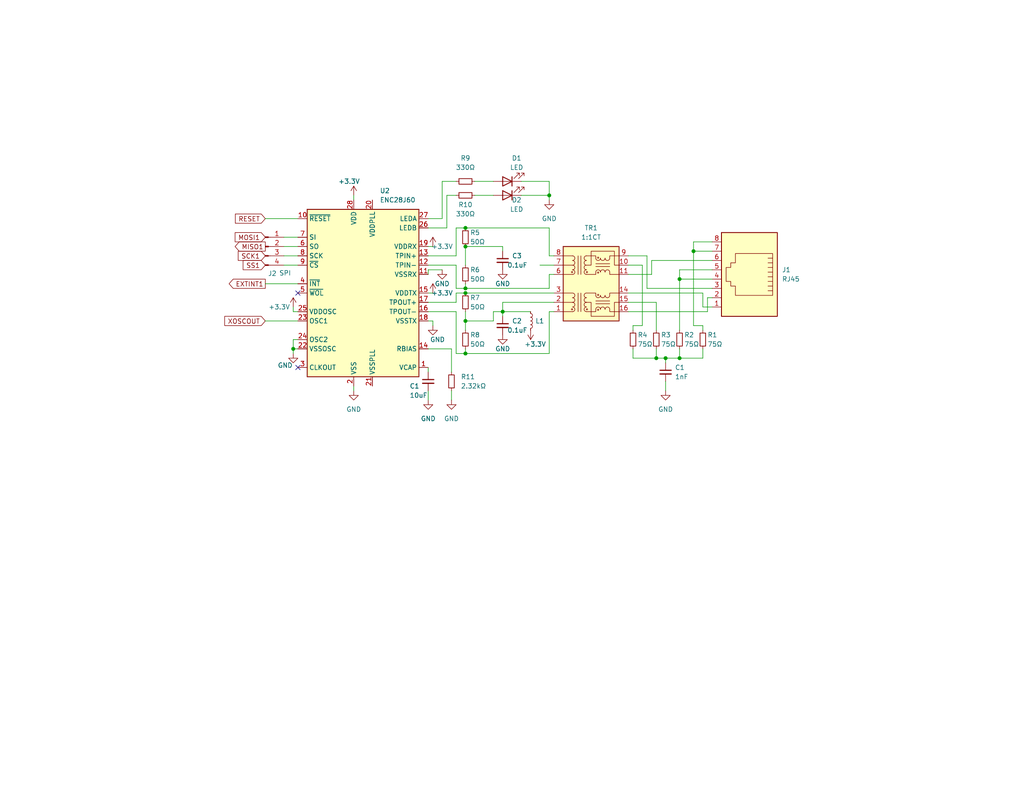
<source format=kicad_sch>
(kicad_sch (version 20211123) (generator eeschema)
  (paper "USLetter")
  (title_block (title "ENC28J60 Control Circuit") (date "2022-10-20") (rev "2") (company "DCA"))
  (lib_symbols
    (symbol "Connector:Conn_01x04_Male" (pin_names (offset 1.016) hide)
      (property "Reference" "J" (at 0 5.08 0))
      (property "Value" "Conn_01x04_Male" (at 0 -7.62 0))
      (symbol "Conn_01x04_Male_1_1"
        (polyline (pts (xy 1.27 -5.08) (xy 0.8636 -5.08)) (stroke (width 0.1524)))
        (polyline (pts (xy 1.27 -2.54) (xy 0.8636 -2.54)) (stroke (width 0.1524)))
        (polyline (pts (xy 1.27 0) (xy 0.8636 0)) (stroke (width 0.1524)))
        (polyline (pts (xy 1.27 2.54) (xy 0.8636 2.54)) (stroke (width 0.1524)))
        (rectangle (start 0.8636 -4.953) (end 0 -5.207) (stroke (width 0.1524)) (fill (type outline)))
        (rectangle (start 0.8636 -2.413) (end 0 -2.667) (stroke (width 0.1524)) (fill (type outline)))
        (rectangle (start 0.8636 0.127) (end 0 -0.127) (stroke (width 0.1524)) (fill (type outline)))
        (rectangle (start 0.8636 2.667) (end 0 2.413) (stroke (width 0.1524)) (fill (type outline)))
        (pin passive line (at 5.08 2.54 180) (length 3.81) (name "Pin_1") (number "1"))
        (pin passive line (at 5.08 0 180) (length 3.81) (name "Pin_2") (number "2"))
        (pin passive line (at 5.08 -2.54 180) (length 3.81) (name "Pin_3") (number "3"))
        (pin passive line (at 5.08 -5.08 180) (length 3.81) (name "Pin_4") (number "4"))
      )
    )
    (symbol "Connector:RJ45" (pin_names (offset 1.016))
      (property "Reference" "J" (at -5.08 13.97 0))
      (property "Value" "RJ45" (at 2.54 13.97 0))
      (symbol "RJ45_0_1"
        (polyline (pts (xy -5.08 4.445) (xy -6.35 4.445)))
        (polyline (pts (xy -5.08 5.715) (xy -6.35 5.715)))
        (polyline (pts (xy -6.35 -3.175) (xy -5.08 -3.175) (xy -5.08 -3.175)))
        (polyline (pts (xy -6.35 -1.905) (xy -5.08 -1.905) (xy -5.08 -1.905)))
        (polyline (pts (xy -6.35 -0.635) (xy -5.08 -0.635) (xy -5.08 -0.635)))
        (polyline (pts (xy -6.35 0.635) (xy -5.08 0.635) (xy -5.08 0.635)))
        (polyline (pts (xy -6.35 1.905) (xy -5.08 1.905) (xy -5.08 1.905)))
        (polyline (pts (xy -5.08 3.175) (xy -6.35 3.175) (xy -6.35 3.175)))
        (polyline (pts (xy -6.35 -4.445) (xy -6.35 6.985) (xy 3.81 6.985) (xy 3.81 4.445) (xy 5.08 4.445) (xy 5.08 3.175) (xy 6.35 3.175) (xy 6.35 -0.635) (xy 5.08 -0.635) (xy 5.08 -1.905) (xy 3.81 -1.905) (xy 3.81 -4.445) (xy -6.35 -4.445) (xy -6.35 -4.445)))
        (rectangle (start 7.62 12.7) (end -7.62 -10.16) (stroke (width 0.254)) (fill (type background)))
      )
      (symbol "RJ45_1_1"
        (pin passive line (at 10.16 -7.62 180) (length 2.54) (name "~") (number "1"))
        (pin passive line (at 10.16 -5.08 180) (length 2.54) (name "~") (number "2"))
        (pin passive line (at 10.16 -2.54 180) (length 2.54) (name "~") (number "3"))
        (pin passive line (at 10.16 0 180) (length 2.54) (name "~") (number "4"))
        (pin passive line (at 10.16 2.54 180) (length 2.54) (name "~") (number "5"))
        (pin passive line (at 10.16 5.08 180) (length 2.54) (name "~") (number "6"))
        (pin passive line (at 10.16 7.62 180) (length 2.54) (name "~") (number "7"))
        (pin passive line (at 10.16 10.16 180) (length 2.54) (name "~") (number "8"))
      )
    )
    (symbol "Device:C_Small" (pin_numbers hide) (pin_names (offset 0.254) hide)
      (property "Reference" "C" (at 0.254 1.778 0))
      (property "Value" "C_Small" (at 0.254 -2.032 0))
      (symbol "C_Small_0_1"
        (polyline (pts (xy -1.524 -0.508) (xy 1.524 -0.508)) (stroke (width 0.3302)))
        (polyline (pts (xy -1.524 0.508) (xy 1.524 0.508)) (stroke (width 0.3048)))
      )
      (symbol "C_Small_1_1"
        (pin passive line (at 0 2.54 270) (length 2.032) (name "~") (number "1"))
        (pin passive line (at 0 -2.54 90) (length 2.032) (name "~") (number "2"))
      )
    )
    (symbol "Device:LED" (pin_numbers hide) (pin_names (offset 1.016) hide)
      (property "Reference" "D" (at 0 2.54 0))
      (property "Value" "LED" (at 0 -2.54 0))
      (symbol "LED_0_1"
        (polyline (pts (xy -1.27 -1.27) (xy -1.27 1.27)) (stroke (width 0.254)))
        (polyline (pts (xy -1.27 0) (xy 1.27 0)))
        (polyline (pts (xy 1.27 -1.27) (xy 1.27 1.27) (xy -1.27 0) (xy 1.27 -1.27)) (stroke (width 0.254)))
        (polyline (pts (xy -3.048 -0.762) (xy -4.572 -2.286) (xy -3.81 -2.286) (xy -4.572 -2.286) (xy -4.572 -1.524)))
        (polyline (pts (xy -1.778 -0.762) (xy -3.302 -2.286) (xy -2.54 -2.286) (xy -3.302 -2.286) (xy -3.302 -1.524)))
      )
      (symbol "LED_1_1"
        (pin passive line (at -3.81 0 0) (length 2.54) (name "K") (number "1"))
        (pin passive line (at 3.81 0 180) (length 2.54) (name "A") (number "2"))
      )
    )
    (symbol "Device:L_Small" (pin_numbers hide) (pin_names (offset 0.254) hide)
      (property "Reference" "L" (at 0.762 1.016 0))
      (property "Value" "L_Small" (at 0.762 -1.016 0))
      (symbol "L_Small_0_1"
        (arc (start 0 -2.032) (mid 0.508 -1.524) (end 0 -1.016))
        (arc (start 0 -1.016) (mid 0.508 -0.508) (end 0 0))
        (arc (start 0 0) (mid 0.508 0.508) (end 0 1.016))
        (arc (start 0 1.016) (mid 0.508 1.524) (end 0 2.032))
      )
      (symbol "L_Small_1_1"
        (pin passive line (at 0 2.54 270) (length 0.508) (name "~") (number "1"))
        (pin passive line (at 0 -2.54 90) (length 0.508) (name "~") (number "2"))
      )
    )
    (symbol "Device:R_Small" (pin_numbers hide) (pin_names (offset 0.254) hide)
      (property "Reference" "R" (at 0.762 0.508 0))
      (property "Value" "R_Small" (at 0.762 -1.016 0))
      (symbol "R_Small_0_1"
        (rectangle (start -0.762 1.778) (end 0.762 -1.778) (stroke (width 0.2032)))
      )
      (symbol "R_Small_1_1"
        (pin passive line (at 0 2.54 270) (length 0.762) (name "~") (number "1"))
        (pin passive line (at 0 -2.54 90) (length 0.762) (name "~") (number "2"))
      )
    )
    (symbol "Interface_Ethernet:ENC28J60x-SS"
      (property "Reference" "U" (at -13.97 24.13 0))
      (property "Value" "ENC28J60x-SS" (at 5.08 24.13 0))
      (symbol "ENC28J60x-SS_0_1"
        (rectangle (start -15.24 22.86) (end 15.24 -22.86) (stroke (width 0.254)) (fill (type background)))
      )
      (symbol "ENC28J60x-SS_1_1"
        (pin input line (at 17.78 -20.32 180) (length 2.54) (name "VCAP") (number "1"))
        (pin input line (at -17.78 20.32 0) (length 2.54) (name "~{RESET}") (number "10"))
        (pin power_in line (at 17.78 5.08 180) (length 2.54) (name "VSSRX") (number "11"))
        (pin input line (at 17.78 7.62 180) (length 2.54) (name "TPIN-") (number "12"))
        (pin input line (at 17.78 10.16 180) (length 2.54) (name "TPIN+") (number "13"))
        (pin input line (at 17.78 -15.24 180) (length 2.54) (name "RBIAS") (number "14"))
        (pin power_in line (at 17.78 0 180) (length 2.54) (name "VDDTX") (number "15"))
        (pin output line (at 17.78 -5.08 180) (length 2.54) (name "TPOUT-") (number "16"))
        (pin output line (at 17.78 -2.54 180) (length 2.54) (name "TPOUT+") (number "17"))
        (pin power_in line (at 17.78 -7.62 180) (length 2.54) (name "VSSTX") (number "18"))
        (pin power_in line (at 17.78 12.7 180) (length 2.54) (name "VDDRX") (number "19"))
        (pin power_in line (at -2.54 -25.4 90) (length 2.54) (name "VSS") (number "2"))
        (pin power_in line (at 2.54 25.4 270) (length 2.54) (name "VDDPLL") (number "20"))
        (pin power_in line (at 2.54 -25.4 90) (length 2.54) (name "VSSPLL") (number "21"))
        (pin power_in line (at -17.78 -15.24 0) (length 2.54) (name "VSSOSC") (number "22"))
        (pin input line (at -17.78 -7.62 0) (length 2.54) (name "OSC1") (number "23"))
        (pin input line (at -17.78 -12.7 0) (length 2.54) (name "OSC2") (number "24"))
        (pin power_in line (at -17.78 -5.08 0) (length 2.54) (name "VDDOSC") (number "25"))
        (pin output line (at 17.78 17.78 180) (length 2.54) (name "LEDB") (number "26"))
        (pin output line (at 17.78 20.32 180) (length 2.54) (name "LEDA") (number "27"))
        (pin power_in line (at -2.54 25.4 270) (length 2.54) (name "VDD") (number "28"))
        (pin output line (at -17.78 -20.32 0) (length 2.54) (name "CLKOUT") (number "3"))
        (pin output line (at -17.78 2.54 0) (length 2.54) (name "~{INT}") (number "4"))
        (pin output line (at -17.78 0 0) (length 2.54) (name "~{WOL}") (number "5"))
        (pin output line (at -17.78 12.7 0) (length 2.54) (name "SO") (number "6"))
        (pin input line (at -17.78 15.24 0) (length 2.54) (name "SI") (number "7"))
        (pin input line (at -17.78 10.16 0) (length 2.54) (name "SCK") (number "8"))
        (pin input line (at -17.78 7.62 0) (length 2.54) (name "~{CS}") (number "9"))
      )
    )
    (symbol "Transformer:PT61017PEL" (pin_names hide)
      (property "Reference" "TR" (at 0 10.795 0))
      (property "Value" "PT61017PEL" (at 0 -10.795 0))
      (symbol "PT61017PEL_0_1"
        (rectangle (start -7.62 10.16) (end 7.62 -10.16) (stroke (width 0.254)) (fill (type background)))
        (circle (center -5.207 3.175) (radius 0.1778))
        (arc (start -5.08 6.35) (mid -4.445 6.985) (end -5.08 7.62))
        (polyline (pts (xy -5.08 2.54) (xy -7.62 2.54)))
        (polyline (pts (xy -5.08 5.08) (xy -7.62 5.08)))
        (polyline (pts (xy -5.08 7.62) (xy -7.62 7.62)))
        (polyline (pts (xy -3.556 -2.54) (xy -3.556 -7.62)))
        (polyline (pts (xy -3.556 2.54) (xy -3.556 7.62)))
        (polyline (pts (xy -2.794 -7.62) (xy -2.794 -2.54)))
        (polyline (pts (xy -2.794 7.62) (xy -2.794 2.54)))
        (polyline (pts (xy 1.27 4.699) (xy 5.08 4.699)))
        (polyline (pts (xy 1.27 5.461) (xy 5.08 5.461)))
        (polyline (pts (xy -1.27 2.54) (xy 1.27 2.54) (xy 1.27 3.175)))
        (polyline (pts (xy 1.27 6.985) (xy 1.27 7.62) (xy -1.27 7.62)))
        (polyline (pts (xy 5.08 3.175) (xy 5.08 2.54) (xy 7.62 2.54)))
        (polyline (pts (xy 5.08 6.985) (xy 5.08 7.62) (xy 7.62 7.62)))
        (polyline (pts (xy -1.27 5.08) (xy 0 5.08) (xy 0 8.89) (xy 6.35 8.89) (xy 6.35 5.08) (xy 7.62 5.08)))
      )
      (symbol "PT61017PEL_1_1"
        (circle (center -5.207 -6.985) (radius 0.1778))
        (arc (start -5.08 -7.62) (mid -4.445 -6.985) (end -5.08 -6.35))
        (arc (start -5.08 -6.35) (mid -4.445 -5.715) (end -5.08 -5.08))
        (arc (start -5.08 -5.08) (mid -4.445 -4.445) (end -5.08 -3.81))
        (arc (start -5.08 -3.81) (mid -4.445 -3.175) (end -5.08 -2.54))
        (arc (start -5.08 2.54) (mid -4.445 3.175) (end -5.08 3.81))
        (arc (start -5.08 3.81) (mid -4.445 4.445) (end -5.08 5.08))
        (arc (start -5.08 5.08) (mid -4.445 5.715) (end -5.08 6.35))
        (arc (start -1.27 -6.35) (mid -1.905 -6.985) (end -1.27 -7.62))
        (arc (start -1.27 -5.08) (mid -1.905 -5.715) (end -1.27 -6.35))
        (arc (start -1.27 -3.81) (mid -1.905 -4.445) (end -1.27 -5.08))
        (arc (start -1.27 -2.54) (mid -1.905 -3.175) (end -1.27 -3.81))
        (arc (start -1.27 3.81) (mid -1.905 3.175) (end -1.27 2.54))
        (arc (start -1.27 5.08) (mid -1.905 4.445) (end -1.27 3.81))
        (arc (start -1.27 6.35) (mid -1.905 5.715) (end -1.27 5.08))
        (arc (start -1.27 7.62) (mid -1.905 6.985) (end -1.27 6.35))
        (circle (center -1.143 -6.985) (radius 0.1778))
        (circle (center -1.143 3.175) (radius 0.1778))
        (polyline (pts (xy -5.08 -7.62) (xy -7.62 -7.62)))
        (polyline (pts (xy -5.08 -5.08) (xy -7.62 -5.08)))
        (polyline (pts (xy -5.08 -2.54) (xy -7.62 -2.54)))
        (polyline (pts (xy 1.27 -5.461) (xy 5.08 -5.461)))
        (polyline (pts (xy 1.27 -4.699) (xy 5.08 -4.699)))
        (polyline (pts (xy -1.27 -7.62) (xy 1.27 -7.62) (xy 1.27 -6.985)))
        (polyline (pts (xy 1.27 -3.175) (xy 1.27 -2.54) (xy -1.27 -2.54)))
        (polyline (pts (xy 5.08 -6.985) (xy 5.08 -7.62) (xy 7.62 -7.62)))
        (polyline (pts (xy 5.08 -3.175) (xy 5.08 -2.54) (xy 7.62 -2.54)))
        (polyline (pts (xy 7.62 -5.08) (xy 6.35 -5.08) (xy 6.35 -8.89) (xy 0 -8.89) (xy 0 -5.08) (xy -1.27 -5.08)))
        (arc (start 1.27 -3.175) (mid 1.905 -3.81) (end 2.54 -3.175))
        (arc (start 1.27 6.985) (mid 1.905 6.35) (end 2.54 6.985))
        (circle (center 1.905 -7.112) (radius 0.1778))
        (circle (center 1.905 -3.048) (radius 0.1778))
        (circle (center 1.905 3.048) (radius 0.1778))
        (circle (center 1.905 7.112) (radius 0.1778))
        (arc (start 2.54 -6.985) (mid 1.905 -6.35) (end 1.27 -6.985))
        (arc (start 2.54 -3.175) (mid 3.175 -3.81) (end 3.81 -3.175))
        (arc (start 2.54 3.175) (mid 1.905 3.81) (end 1.27 3.175))
        (arc (start 2.54 6.985) (mid 3.175 6.35) (end 3.81 6.985))
        (arc (start 3.81 -6.985) (mid 3.175 -6.35) (end 2.54 -6.985))
        (arc (start 3.81 -3.175) (mid 4.445 -3.81) (end 5.08 -3.175))
        (arc (start 3.81 3.175) (mid 3.175 3.81) (end 2.54 3.175))
        (arc (start 3.81 6.985) (mid 4.445 6.35) (end 5.08 6.985))
        (arc (start 5.08 -6.985) (mid 4.445 -6.35) (end 3.81 -6.985))
        (arc (start 5.08 3.175) (mid 4.445 3.81) (end 3.81 3.175))
        (pin passive line (at -10.16 -7.62 0) (length 2.54) (name "TD+") (number "1"))
        (pin passive line (at 10.16 5.08 180) (length 2.54) (name "C_RX") (number "10"))
        (pin passive line (at 10.16 2.54 180) (length 2.54) (name "RX+") (number "11"))
        (pin passive line (at 10.16 -2.54 180) (length 2.54) (name "TX-") (number "14"))
        (pin passive line (at 10.16 -5.08 180) (length 2.54) (name "C_TX") (number "15"))
        (pin passive line (at 10.16 -7.62 180) (length 2.54) (name "TX+") (number "16"))
        (pin passive line (at -10.16 -5.08 0) (length 2.54) (name "C_TD") (number "2"))
        (pin passive line (at -10.16 -2.54 0) (length 2.54) (name "TD-") (number "3"))
        (pin passive line (at -10.16 2.54 0) (length 2.54) (name "RD+") (number "6"))
        (pin passive line (at -10.16 5.08 0) (length 2.54) (name "C_RD") (number "7"))
        (pin passive line (at -10.16 7.62 0) (length 2.54) (name "RD-") (number "8"))
        (pin passive line (at 10.16 7.62 180) (length 2.54) (name "RX-") (number "9"))
      )
    )
    (symbol "power:+3.3V" (power) (pin_names (offset 0))
      (property "Value" "+3.3V" (at 0 3.556 0))
      (symbol "+3.3V_0_1"
        (polyline (pts (xy -0.762 1.27) (xy 0 2.54)))
        (polyline (pts (xy 0 0) (xy 0 2.54)))
        (polyline (pts (xy 0 2.54) (xy 0.762 1.27)))
      )
      (symbol "+3.3V_1_1"
        (pin power_in line (at 0 0 90) (length 0) hide (name "+3.3V") (number "1"))
      )
    )
    (symbol "power:GND" (power) (pin_names (offset 0))
      (property "Value" "GND" (at 0 -3.81 0))
      (symbol "GND_0_1"
        (polyline (pts (xy 0 0) (xy 0 -1.27) (xy 1.27 -1.27) (xy 0 -2.54) (xy -1.27 -1.27) (xy 0 -1.27)))
      )
      (symbol "GND_1_1"
        (pin power_in line (at 0 0 270) (length 0) hide (name "GND") (number "1"))
      )
    )
  )
  (junction (at 185.42 97.79))
  (junction (at 137.16 85.09))
  (junction (at 127 96.52))
  (junction (at 127 80.01))
  (junction (at 185.42 76.2))
  (junction (at 149.86 53.34))
  (junction (at 127 67.31))
  (junction (at 189.23 68.58))
  (junction (at 181.61 97.79))
  (junction (at 80.01 95.25))
  (junction (at 127 78.74))
  (junction (at 179.07 97.79))
  (junction (at 127 62.23))
  (junction (at 127 87.63))
  (no_connect (at 81.28 80.01))
  (no_connect (at 81.28 100.33))
  (wire (pts (xy 124.46 80.01) (xy 127 80.01)))
  (wire (pts (xy 181.61 97.79) (xy 185.42 97.79)))
  (wire (pts (xy 171.45 85.09) (xy 193.04 85.09)))
  (wire (pts (xy 179.07 82.55) (xy 179.07 90.17)))
  (wire (pts (xy 80.01 83.82) (xy 80.01 85.09)))
  (wire (pts (xy 179.07 97.79) (xy 181.61 97.79)))
  (wire (pts (xy 151.13 69.85) (xy 149.86 69.85)))
  (wire (pts (xy 185.42 73.66) (xy 185.42 76.2)))
  (wire (pts (xy 191.77 83.82) (xy 191.77 80.01)))
  (wire (pts (xy 121.92 62.23) (xy 121.92 53.34)))
  (wire (pts (xy 142.24 49.53) (xy 149.86 49.53)))
  (wire (pts (xy 116.84 73.66) (xy 116.84 74.93)))
  (wire (pts (xy 80.01 95.25) (xy 80.01 96.52)))
  (wire (pts (xy 189.23 88.9) (xy 189.23 68.58)))
  (wire (pts (xy 127 95.25) (xy 127 96.52)))
  (wire (pts (xy 72.39 77.47) (xy 81.28 77.47)))
  (wire (pts (xy 149.86 62.23) (xy 127 62.23)))
  (wire (pts (xy 171.45 72.39) (xy 175.26 72.39)))
  (wire (pts (xy 189.23 68.58) (xy 194.31 68.58)))
  (wire (pts (xy 124.46 82.55) (xy 124.46 80.01)))
  (wire (pts (xy 194.31 73.66) (xy 185.42 73.66)))
  (wire (pts (xy 171.45 69.85) (xy 176.53 69.85)))
  (wire (pts (xy 116.84 59.69) (xy 120.65 59.69)))
  (wire (pts (xy 149.86 85.09) (xy 151.13 85.09)))
  (wire (pts (xy 142.24 53.34) (xy 149.86 53.34)))
  (wire (pts (xy 127 80.01) (xy 151.13 80.01)))
  (wire (pts (xy 116.84 62.23) (xy 121.92 62.23)))
  (wire (pts (xy 120.65 73.66) (xy 116.84 73.66)))
  (wire (pts (xy 127 87.63) (xy 127 90.17)))
  (wire (pts (xy 129.54 53.34) (xy 134.62 53.34)))
  (wire (pts (xy 116.84 106.68) (xy 116.84 109.22)))
  (wire (pts (xy 149.86 96.52) (xy 149.86 85.09)))
  (wire (pts (xy 77.47 69.85) (xy 81.28 69.85)))
  (wire (pts (xy 116.84 85.09) (xy 124.46 85.09)))
  (wire (pts (xy 175.26 88.9) (xy 172.72 88.9)))
  (wire (pts (xy 127 85.09) (xy 127 87.63)))
  (wire (pts (xy 185.42 97.79) (xy 191.77 97.79)))
  (wire (pts (xy 177.8 74.93) (xy 171.45 74.93)))
  (wire (pts (xy 127 87.63) (xy 134.62 87.63)))
  (wire (pts (xy 137.16 67.31) (xy 137.16 68.58)))
  (wire (pts (xy 194.31 66.04) (xy 189.23 66.04)))
  (wire (pts (xy 116.84 80.01) (xy 118.11 80.01)))
  (wire (pts (xy 137.16 85.09) (xy 144.78 85.09)))
  (wire (pts (xy 127 67.31) (xy 137.16 67.31)))
  (wire (pts (xy 137.16 82.55) (xy 137.16 85.09)))
  (wire (pts (xy 149.86 74.93) (xy 151.13 74.93)))
  (wire (pts (xy 116.84 72.39) (xy 124.46 72.39)))
  (wire (pts (xy 118.11 87.63) (xy 118.11 88.9)))
  (wire (pts (xy 72.39 59.69) (xy 81.28 59.69)))
  (wire (pts (xy 116.84 87.63) (xy 118.11 87.63)))
  (wire (pts (xy 127 78.74) (xy 149.86 78.74)))
  (wire (pts (xy 149.86 53.34) (xy 149.86 54.61)))
  (wire (pts (xy 176.53 78.74) (xy 194.31 78.74)))
  (wire (pts (xy 193.04 85.09) (xy 193.04 81.28)))
  (wire (pts (xy 185.42 95.25) (xy 185.42 97.79)))
  (wire (pts (xy 181.61 97.79) (xy 181.61 99.06)))
  (wire (pts (xy 171.45 80.01) (xy 191.77 80.01)))
  (wire (pts (xy 149.86 78.74) (xy 149.86 74.93)))
  (wire (pts (xy 175.26 72.39) (xy 175.26 88.9)))
  (wire (pts (xy 185.42 90.17) (xy 185.42 76.2)))
  (wire (pts (xy 193.04 81.28) (xy 194.31 81.28)))
  (wire (pts (xy 116.84 100.33) (xy 116.84 101.6)))
  (wire (pts (xy 96.52 53.34) (xy 96.52 54.61)))
  (wire (pts (xy 123.19 106.68) (xy 123.19 109.22)))
  (wire (pts (xy 123.19 95.25) (xy 123.19 101.6)))
  (wire (pts (xy 181.61 104.14) (xy 181.61 106.68)))
  (wire (pts (xy 177.8 71.12) (xy 194.31 71.12)))
  (wire (pts (xy 124.46 78.74) (xy 127 78.74)))
  (wire (pts (xy 124.46 69.85) (xy 124.46 62.23)))
  (wire (pts (xy 191.77 83.82) (xy 194.31 83.82)))
  (wire (pts (xy 116.84 95.25) (xy 123.19 95.25)))
  (wire (pts (xy 191.77 90.17) (xy 191.77 88.9)))
  (wire (pts (xy 127 77.47) (xy 127 78.74)))
  (wire (pts (xy 77.47 67.31) (xy 81.28 67.31)))
  (wire (pts (xy 121.92 53.34) (xy 124.46 53.34)))
  (wire (pts (xy 120.65 59.69) (xy 120.65 49.53)))
  (wire (pts (xy 124.46 72.39) (xy 124.46 78.74)))
  (wire (pts (xy 129.54 49.53) (xy 134.62 49.53)))
  (wire (pts (xy 120.65 49.53) (xy 124.46 49.53)))
  (wire (pts (xy 77.47 64.77) (xy 81.28 64.77)))
  (wire (pts (xy 191.77 95.25) (xy 191.77 97.79)))
  (wire (pts (xy 151.13 72.39) (xy 147.32 72.39)))
  (wire (pts (xy 151.13 82.55) (xy 137.16 82.55)))
  (wire (pts (xy 116.84 67.31) (xy 118.11 67.31)))
  (wire (pts (xy 172.72 88.9) (xy 172.72 90.17)))
  (wire (pts (xy 124.46 62.23) (xy 127 62.23)))
  (wire (pts (xy 185.42 76.2) (xy 194.31 76.2)))
  (wire (pts (xy 134.62 85.09) (xy 137.16 85.09)))
  (wire (pts (xy 127 67.31) (xy 127 72.39)))
  (wire (pts (xy 116.84 82.55) (xy 124.46 82.55)))
  (wire (pts (xy 80.01 92.71) (xy 80.01 95.25)))
  (wire (pts (xy 134.62 87.63) (xy 134.62 85.09)))
  (wire (pts (xy 171.45 82.55) (xy 179.07 82.55)))
  (wire (pts (xy 149.86 49.53) (xy 149.86 53.34)))
  (wire (pts (xy 124.46 85.09) (xy 124.46 96.52)))
  (wire (pts (xy 72.39 87.63) (xy 81.28 87.63)))
  (wire (pts (xy 137.16 85.09) (xy 137.16 86.36)))
  (wire (pts (xy 189.23 66.04) (xy 189.23 68.58)))
  (wire (pts (xy 96.52 105.41) (xy 96.52 106.68)))
  (wire (pts (xy 81.28 92.71) (xy 80.01 92.71)))
  (wire (pts (xy 179.07 95.25) (xy 179.07 97.79)))
  (wire (pts (xy 172.72 97.79) (xy 179.07 97.79)))
  (wire (pts (xy 77.47 72.39) (xy 81.28 72.39)))
  (wire (pts (xy 176.53 69.85) (xy 176.53 78.74)))
  (wire (pts (xy 149.86 69.85) (xy 149.86 62.23)))
  (wire (pts (xy 80.01 85.09) (xy 81.28 85.09)))
  (wire (pts (xy 172.72 95.25) (xy 172.72 97.79)))
  (wire (pts (xy 177.8 71.12) (xy 177.8 74.93)))
  (wire (pts (xy 116.84 69.85) (xy 124.46 69.85)))
  (wire (pts (xy 127 96.52) (xy 149.86 96.52)))
  (wire (pts (xy 191.77 88.9) (xy 189.23 88.9)))
  (wire (pts (xy 124.46 96.52) (xy 127 96.52)))
  (wire (pts (xy 81.28 95.25) (xy 80.01 95.25)))
  (global_label "MISO1" (shape output) (at 72.39 67.31 180) (property "Intersheet References" "${INTERSHEET_REFS}" (effects hide)))
  (global_label "XOSCOUT" (shape input) (at 72.39 87.63 180) (property "Intersheet References" "${INTERSHEET_REFS}" (effects hide)))
  (global_label "SS1" (shape input) (at 72.39 72.39 180) (property "Intersheet References" "${INTERSHEET_REFS}" (effects hide)))
  (global_label "RESET" (shape input) (at 72.39 59.69 180) (property "Intersheet References" "${INTERSHEET_REFS}" (effects hide)))
  (global_label "SCK1" (shape input) (at 72.39 69.85 180) (property "Intersheet References" "${INTERSHEET_REFS}" (effects hide)))
  (global_label "MOSI1" (shape input) (at 72.39 64.77 180) (property "Intersheet References" "${INTERSHEET_REFS}" (effects hide)))
  (global_label "EXTINT1" (shape output) (at 72.39 77.47 180) (property "Intersheet References" "${INTERSHEET_REFS}" (effects hide)))
  (symbol (lib_id "power:GND") (at 80.01 96.52 0) (unit 1)
    (property "Reference" "#PWR?" (effects hide))
    (property "Value" "GND" (at 77.8072 99.7503 0))
  )
  (symbol (lib_id "power:GND") (at 120.65 73.66 0) (unit 1)
    (property "Reference" "#PWR?" (effects hide))
    (property "Value" "GND" (at 120.65 77.47 0))
  )
  (symbol (lib_id "power:GND") (at 116.84 109.22 0) (unit 1)
    (property "Reference" "#PWR?" (effects hide))
    (property "Value" "GND" (at 116.84 114.3 0))
  )
  (symbol (lib_id "Connector:Conn_01x04_Male") (at 72.39 67.31 0) (unit 1)
    (property "Reference" "J2" (at 74.3071 74.6661 0))
    (property "Value" "SPI" (at 77.8072 74.5494 0))
  )
  (symbol (lib_id "Device:R_Small") (at 179.07 92.71 0) (unit 1)
    (property "Reference" "R3" (at 180.34 91.44 0) (effects (justify left)))
    (property "Value" "75Ω" (at 180.34 93.98 0) (effects (justify left)))
  )
  (symbol (lib_id "Device:C_Small") (at 181.61 101.6 0) (unit 1)
    (property "Reference" "C1" (at 184.15 100.3362 0) (effects (justify left)))
    (property "Value" "1nF" (at 184.15 102.8762 0) (effects (justify left)))
  )
  (symbol (lib_id "Device:R_Small") (at 191.77 92.71 0) (unit 1)
    (property "Reference" "R1" (at 193.04 91.44 0) (effects (justify left)))
    (property "Value" "75Ω" (at 193.04 93.98 0) (effects (justify left)))
  )
  (symbol (lib_id "power:GND") (at 96.52 106.68 0) (unit 1)
    (property "Reference" "#PWR?" (effects hide))
    (property "Value" "GND" (at 96.52 111.76 0))
  )
  (symbol (lib_id "Device:R_Small") (at 123.19 104.14 0) (unit 1)
    (property "Reference" "R11" (at 125.73 102.8699 0) (effects (justify left)))
    (property "Value" "2.32kΩ" (at 125.73 105.4099 0) (effects (justify left)))
  )
  (symbol (lib_id "Device:LED") (at 138.43 49.53 180) (unit 1)
    (property "Reference" "D1" (at 140.97 43.18 0))
    (property "Value" "LED" (at 140.97 45.72 0))
  )
  (symbol (lib_id "power:GND") (at 149.86 54.61 0) (unit 1)
    (property "Reference" "#PWR?" (effects hide))
    (property "Value" "GND" (at 149.86 59.69 0))
  )
  (symbol (lib_id "power:GND") (at 181.61 106.68 0) (unit 1)
    (property "Reference" "#PWR?" (effects hide))
    (property "Value" "GND" (at 181.61 111.76 0))
  )
  (symbol (lib_id "Transformer:PT61017PEL") (at 161.29 77.47 0) (unit 1)
    (property "Reference" "TR1" (at 161.29 62.23 0))
    (property "Value" "1:1CT" (at 161.29 64.77 0))
    (property "Footprint" "Transformer_SMD:Transformer_Ethernet_Bourns_PT61017PEL" (effects hide))
    (property "Datasheet" "https://www.bourns.com/docs/Product-Datasheets/PT61017PEL.pdf" (effects hide))
  )
  (symbol (lib_id "power:GND") (at 137.16 73.66 0) (unit 1)
    (property "Reference" "#PWR?" (effects hide))
    (property "Value" "GND" (at 137.16 77.47 0))
  )
  (symbol (lib_id "Device:R_Small") (at 185.42 92.71 0) (unit 1)
    (property "Reference" "R2" (at 186.69 91.44 0) (effects (justify left)))
    (property "Value" "75Ω" (at 186.69 93.98 0) (effects (justify left)))
  )
  (symbol (lib_id "Device:R_Small") (at 127 92.71 0) (unit 1)
    (property "Reference" "R8" (at 128.27 91.44 0) (effects (justify left)))
    (property "Value" "50Ω" (at 128.27 93.98 0) (effects (justify left)))
  )
  (symbol (lib_id "power:+3.3V") (at 118.11 80.01 0) (unit 1)
    (property "Reference" "#PWR?" (effects hide))
    (property "Value" "+3.3V" (at 120.65 80.01 0))
  )
  (symbol (lib_id "Device:R_Small") (at 127 64.77 0) (unit 1)
    (property "Reference" "R5" (at 128.27 63.5 0) (effects (justify left)))
    (property "Value" "50Ω" (at 128.27 66.04 0) (effects (justify left)))
  )
  (symbol (lib_id "power:GND") (at 123.19 109.22 0) (unit 1)
    (property "Reference" "#PWR?" (effects hide))
    (property "Value" "GND" (at 123.19 114.3 0))
  )
  (symbol (lib_id "Device:R_Small") (at 127 53.34 270) (unit 1)
    (property "Reference" "R10" (at 127 55.88 90))
    (property "Value" "330Ω" (at 127 58.42 90))
  )
  (symbol (lib_id "Device:C_Small") (at 116.84 104.14 0) (unit 1)
    (property "Reference" "C1" (at 111.76 105.41 0) (effects (justify left)))
    (property "Value" "10uF" (at 111.76 107.95 0) (effects (justify left)))
  )
  (symbol (lib_id "Device:R_Small") (at 172.72 92.71 0) (unit 1)
    (property "Reference" "R4" (at 173.99 91.44 0) (effects (justify left)))
    (property "Value" "75Ω" (at 173.99 93.98 0) (effects (justify left)))
  )
  (symbol (lib_id "power:+3.3V") (at 118.11 67.31 0) (unit 1)
    (property "Reference" "#PWR?" (effects hide))
    (property "Value" "+3.3V" (at 120.65 67.31 0))
  )
  (symbol (lib_id "Device:R_Small") (at 127 82.55 0) (unit 1)
    (property "Reference" "R7" (at 128.27 81.28 0) (effects (justify left)))
    (property "Value" "50Ω" (at 128.27 83.82 0) (effects (justify left)))
  )
  (symbol (lib_id "Connector:RJ45") (at 204.47 76.2 0) (mirror y) (unit 1)
    (property "Reference" "J1" (at 213.36 73.6599 0) (effects (justify right)))
    (property "Value" "RJ45" (at 213.36 76.1999 0) (effects (justify right)))
    (property "Footprint" "Connector_RJ:RJ45_Plug_Metz_AJP92A8813" (effects hide))
  )
  (symbol (lib_id "power:GND") (at 137.16 91.44 0) (unit 1)
    (property "Reference" "#PWR?" (effects hide))
    (property "Value" "GND" (at 137.16 95.25 0))
  )
  (symbol (lib_id "Device:R_Small") (at 127 74.93 0) (unit 1)
    (property "Reference" "R6" (at 128.27 73.66 0) (effects (justify left)))
    (property "Value" "50Ω" (at 128.27 76.2 0) (effects (justify left)))
  )
  (symbol (lib_id "Device:L_Small") (at 144.78 87.63 0) (unit 1)
    (property "Reference" "L1" (at 146.05 87.6299 0) (effects (justify left)))
    (property "Value" "L_Small" (effects hide))
  )
  (symbol (lib_id "Interface_Ethernet:ENC28J60x-SS") (at 99.06 80.01 0) (unit 1)
    (property "Reference" "U2" (at 103.6194 52.07 0) (effects (justify left)))
    (property "Value" "ENC28J60" (at 103.6194 54.61 0) (effects (justify left)))
    (property "Footprint" "Package_SO:SSOP-28_5.3x10.2mm_P0.65mm" (effects hide))
    (property "Datasheet" "http://ww1.microchip.com/downloads/en/devicedoc/39662e.pdf" (effects hide))
  )
  (symbol (lib_id "power:+3.3V") (at 80.01 83.82 0) (unit 1)
    (property "Reference" "#PWR?" (effects hide))
    (property "Value" "+3.3V" (at 76.2 83.82 0))
  )
  (symbol (lib_id "power:+3.3V") (at 96.52 53.34 0) (unit 1)
    (property "Reference" "#PWR?" (effects hide))
    (property "Value" "+3.3V" (at 95.25 49.53 0))
  )
  (symbol (lib_id "Device:LED") (at 138.43 53.34 180) (unit 1)
    (property "Reference" "D2" (at 140.97 54.61 0))
    (property "Value" "LED" (at 140.97 57.15 0))
  )
  (symbol (lib_id "Device:C_Small") (at 137.16 71.12 0) (unit 1)
    (property "Reference" "C3" (at 139.7 69.8562 0) (effects (justify left)))
    (property "Value" "0.1uF" (at 138.43 72.39 0) (effects (justify left)))
  )
  (symbol (lib_id "Device:C_Small") (at 137.16 88.9 0) (unit 1)
    (property "Reference" "C2" (at 139.7 87.6362 0) (effects (justify left)))
    (property "Value" "0.1uF" (at 138.43 90.17 0) (effects (justify left)))
  )
  (symbol (lib_id "power:+3.3V") (at 144.78 90.17 180) (unit 1)
    (property "Reference" "#PWR?" (effects hide))
    (property "Value" "+3.3V" (at 146.05 93.98 0))
  )
  (symbol (lib_id "power:GND") (at 118.11 88.9 0) (unit 1)
    (property "Reference" "#PWR?" (effects hide))
    (property "Value" "GND" (at 119.38 92.71 0))
  )
  (symbol (lib_id "Device:R_Small") (at 127 49.53 90) (unit 1)
    (property "Reference" "R9" (at 127 43.18 90))
    (property "Value" "330Ω" (at 127 45.72 90))
  )
)
</source>
